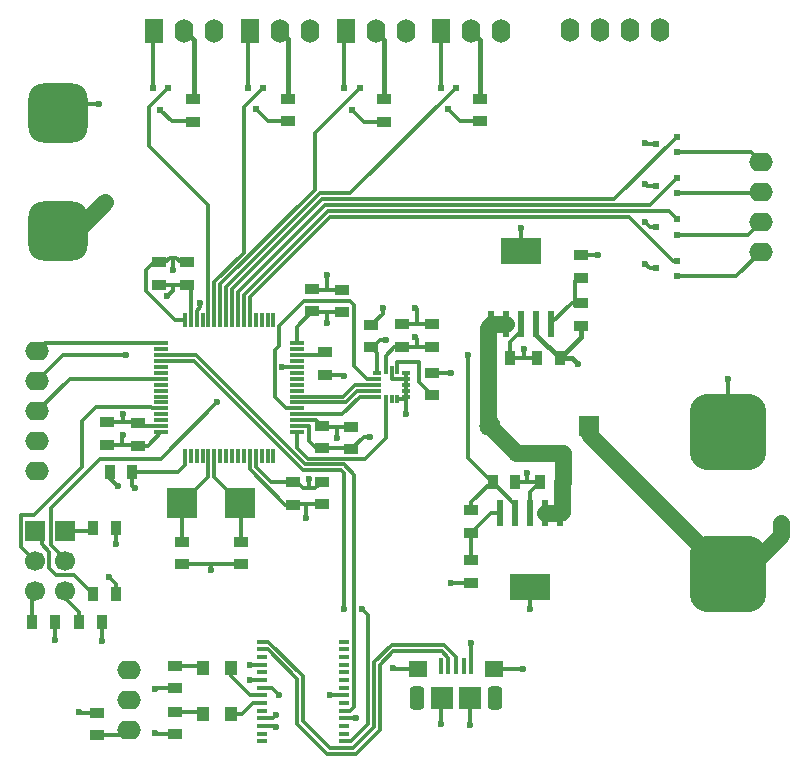
<source format=gtl>
G04 Layer_Physical_Order=1*
G04 Layer_Color=255*
%FSLAX44Y44*%
%MOMM*%
G71*
G01*
G75*
%ADD10R,0.6000X2.2000*%
%ADD11R,3.5000X2.2000*%
%ADD12R,1.1000X1.2500*%
%ADD13R,0.3000X0.7000*%
%ADD14R,0.7000X0.3000*%
%ADD15R,1.3000X0.9000*%
%ADD16R,0.9000X1.3000*%
%ADD17R,0.5000X0.6000*%
%ADD18R,0.6000X0.5000*%
%ADD19R,0.9500X0.4000*%
%ADD20R,1.6000X1.4000*%
%ADD21R,1.9000X1.9000*%
%ADD22R,0.4000X1.3500*%
G04:AMPARAMS|DCode=23|XSize=5mm|YSize=5mm|CornerRadius=1.25mm|HoleSize=0mm|Usage=FLASHONLY|Rotation=90.000|XOffset=0mm|YOffset=0mm|HoleType=Round|Shape=RoundedRectangle|*
%AMROUNDEDRECTD23*
21,1,5.0000,2.5000,0,0,90.0*
21,1,2.5000,5.0000,0,0,90.0*
1,1,2.5000,1.2500,1.2500*
1,1,2.5000,1.2500,-1.2500*
1,1,2.5000,-1.2500,-1.2500*
1,1,2.5000,-1.2500,1.2500*
%
%ADD23ROUNDEDRECTD23*%
G04:AMPARAMS|DCode=24|XSize=6.5mm|YSize=6.5mm|CornerRadius=1.625mm|HoleSize=0mm|Usage=FLASHONLY|Rotation=90.000|XOffset=0mm|YOffset=0mm|HoleType=Round|Shape=RoundedRectangle|*
%AMROUNDEDRECTD24*
21,1,6.5000,3.2500,0,0,90.0*
21,1,3.2500,6.5000,0,0,90.0*
1,1,3.2500,1.6250,1.6250*
1,1,3.2500,1.6250,-1.6250*
1,1,3.2500,-1.6250,-1.6250*
1,1,3.2500,-1.6250,1.6250*
%
%ADD24ROUNDEDRECTD24*%
%ADD25R,1.2000X0.3000*%
%ADD26R,0.3000X1.2000*%
%ADD27R,2.5000X2.6000*%
%ADD28C,0.3000*%
%ADD29C,0.4000*%
%ADD30C,1.4000*%
%ADD31C,1.8000*%
%ADD32R,1.8000X1.8000*%
G04:AMPARAMS|DCode=33|XSize=2mm|YSize=1.2mm|CornerRadius=0.3mm|HoleSize=0mm|Usage=FLASHONLY|Rotation=90.000|XOffset=0mm|YOffset=0mm|HoleType=Round|Shape=RoundedRectangle|*
%AMROUNDEDRECTD33*
21,1,2.0000,0.6000,0,0,90.0*
21,1,1.4000,1.2000,0,0,90.0*
1,1,0.6000,0.3000,0.7000*
1,1,0.6000,0.3000,-0.7000*
1,1,0.6000,-0.3000,-0.7000*
1,1,0.6000,-0.3000,0.7000*
%
%ADD33ROUNDEDRECTD33*%
%ADD34O,2.0000X1.6000*%
%ADD35O,1.6000X2.0000*%
%ADD36R,1.6000X2.0000*%
%ADD37R,1.7000X1.7000*%
%ADD38C,1.7000*%
%ADD39C,0.6000*%
D10*
X92100Y-109000D02*
D03*
X104800D02*
D03*
X117500D02*
D03*
X130200D02*
D03*
X142900D02*
D03*
X135400Y51500D02*
D03*
X122700D02*
D03*
X110000D02*
D03*
X97300D02*
D03*
X84600D02*
D03*
D11*
X117500Y-171000D02*
D03*
X110000Y113500D02*
D03*
D12*
X-159750Y-240000D02*
D03*
X-136250D02*
D03*
X-159750Y-279000D02*
D03*
X-136250D02*
D03*
D13*
X-5000Y12250D02*
D03*
X0D02*
D03*
X5000D02*
D03*
Y-12250D02*
D03*
X0D02*
D03*
X-5000D02*
D03*
D14*
X12250Y10000D02*
D03*
Y5000D02*
D03*
Y0D02*
D03*
Y-5000D02*
D03*
Y-10000D02*
D03*
X-12250D02*
D03*
Y-5000D02*
D03*
Y0D02*
D03*
Y5000D02*
D03*
Y10000D02*
D03*
D15*
X-177500Y-133000D02*
D03*
Y-152000D02*
D03*
X-127500Y-133000D02*
D03*
Y-152000D02*
D03*
X-249000Y-297000D02*
D03*
Y-278000D02*
D03*
X-17000Y31500D02*
D03*
Y50500D02*
D03*
X34000Y-9000D02*
D03*
Y10000D02*
D03*
X8491Y31982D02*
D03*
Y50982D02*
D03*
X34000Y32000D02*
D03*
Y51000D02*
D03*
X-34000Y-35500D02*
D03*
Y-54500D02*
D03*
X-58995Y-34982D02*
D03*
Y-53982D02*
D03*
X-59000Y-82000D02*
D03*
Y-101000D02*
D03*
X-83495Y-82482D02*
D03*
Y-101482D02*
D03*
X-240505Y-51001D02*
D03*
Y-32001D02*
D03*
X-215000Y-51500D02*
D03*
Y-32500D02*
D03*
X-173497Y103501D02*
D03*
Y84501D02*
D03*
X-197000Y103500D02*
D03*
Y84500D02*
D03*
X-67003Y61999D02*
D03*
Y80999D02*
D03*
X-42000Y61500D02*
D03*
Y80500D02*
D03*
X-56000Y27500D02*
D03*
Y8500D02*
D03*
X-6000Y241500D02*
D03*
Y222500D02*
D03*
X-168000Y241500D02*
D03*
Y222500D02*
D03*
X-87500Y242000D02*
D03*
Y223000D02*
D03*
X75000Y242000D02*
D03*
Y223000D02*
D03*
X67500Y-125500D02*
D03*
Y-106500D02*
D03*
Y-167500D02*
D03*
Y-148500D02*
D03*
X160000Y69000D02*
D03*
Y50000D02*
D03*
Y109500D02*
D03*
Y90500D02*
D03*
X-183000Y-277000D02*
D03*
Y-296000D02*
D03*
Y-238000D02*
D03*
Y-257000D02*
D03*
D16*
X81500Y22500D02*
D03*
X100500D02*
D03*
X85500Y-82500D02*
D03*
X104500D02*
D03*
X144500Y-82500D02*
D03*
X125500D02*
D03*
X142500Y22500D02*
D03*
X123500D02*
D03*
X-219500Y-74000D02*
D03*
X-238500D02*
D03*
X-285000Y-201000D02*
D03*
X-304000D02*
D03*
X-245500D02*
D03*
X-264500D02*
D03*
X-233500Y-177000D02*
D03*
X-252500D02*
D03*
X-252500Y-121000D02*
D03*
X-233500D02*
D03*
D17*
X-115150Y233500D02*
D03*
X-121500Y251500D02*
D03*
X-108500D02*
D03*
X47850Y233500D02*
D03*
X41500Y251500D02*
D03*
X54500D02*
D03*
X-195650Y233000D02*
D03*
X-202000Y251000D02*
D03*
X-189000D02*
D03*
X-33650Y233000D02*
D03*
X-40000Y251000D02*
D03*
X-27000D02*
D03*
D18*
X223500Y98650D02*
D03*
X241500Y105000D02*
D03*
Y92000D02*
D03*
X223500Y203650D02*
D03*
X241500Y210000D02*
D03*
Y197000D02*
D03*
X223500Y133650D02*
D03*
X241500Y140000D02*
D03*
Y127000D02*
D03*
X223500Y168650D02*
D03*
X241500Y175000D02*
D03*
Y162000D02*
D03*
D19*
X-110000Y-302000D02*
D03*
Y-295500D02*
D03*
Y-289000D02*
D03*
Y-282500D02*
D03*
Y-276000D02*
D03*
Y-269500D02*
D03*
Y-263000D02*
D03*
Y-256500D02*
D03*
Y-250000D02*
D03*
Y-243500D02*
D03*
Y-237000D02*
D03*
Y-230500D02*
D03*
Y-224000D02*
D03*
Y-217500D02*
D03*
X-40000D02*
D03*
Y-224000D02*
D03*
Y-230500D02*
D03*
Y-237000D02*
D03*
Y-243500D02*
D03*
Y-250000D02*
D03*
Y-256500D02*
D03*
Y-263000D02*
D03*
Y-269500D02*
D03*
Y-276000D02*
D03*
Y-282500D02*
D03*
Y-289000D02*
D03*
Y-295500D02*
D03*
Y-302000D02*
D03*
D20*
X86500Y-240500D02*
D03*
X22500D02*
D03*
D21*
X42500Y-265000D02*
D03*
X66500D02*
D03*
D22*
X67500Y-238250D02*
D03*
X61000D02*
D03*
X54500D02*
D03*
X48000D02*
D03*
X41500D02*
D03*
D23*
X-282500Y130000D02*
D03*
Y230000D02*
D03*
D24*
X285000Y-160000D02*
D03*
Y-40000D02*
D03*
D25*
X-195000Y35000D02*
D03*
Y30000D02*
D03*
Y25000D02*
D03*
Y20000D02*
D03*
Y15000D02*
D03*
Y10000D02*
D03*
Y5000D02*
D03*
Y0D02*
D03*
Y-5000D02*
D03*
Y-10000D02*
D03*
Y-15000D02*
D03*
Y-20000D02*
D03*
Y-25000D02*
D03*
Y-30000D02*
D03*
Y-35000D02*
D03*
Y-40000D02*
D03*
X-80000D02*
D03*
Y-35000D02*
D03*
Y-30000D02*
D03*
Y-25000D02*
D03*
Y-20000D02*
D03*
Y-15000D02*
D03*
Y-10000D02*
D03*
Y-5000D02*
D03*
Y0D02*
D03*
Y5000D02*
D03*
Y10000D02*
D03*
Y15000D02*
D03*
Y20000D02*
D03*
Y25000D02*
D03*
Y30000D02*
D03*
Y35000D02*
D03*
D26*
X-175000Y-60000D02*
D03*
X-170000D02*
D03*
X-165000D02*
D03*
X-160000D02*
D03*
X-155000D02*
D03*
X-150000D02*
D03*
X-145000D02*
D03*
X-140000D02*
D03*
X-135000D02*
D03*
X-130000D02*
D03*
X-125000D02*
D03*
X-120000D02*
D03*
X-115000D02*
D03*
X-110000D02*
D03*
X-105000D02*
D03*
X-100000D02*
D03*
Y55000D02*
D03*
X-105000D02*
D03*
X-110000D02*
D03*
X-115000D02*
D03*
X-120000D02*
D03*
X-125000D02*
D03*
X-130000D02*
D03*
X-135000D02*
D03*
X-140000D02*
D03*
X-145000D02*
D03*
X-150000D02*
D03*
X-155000D02*
D03*
X-160000D02*
D03*
X-165000D02*
D03*
X-170000D02*
D03*
X-175000D02*
D03*
D27*
X-176999Y-100008D02*
D03*
X-127999D02*
D03*
D28*
X-265000Y-277500D02*
X-264500Y-278000D01*
X-249000D01*
X-275000Y237500D02*
X-247500D01*
X-282500Y230000D02*
X-275000Y237500D01*
X-226600Y-297000D02*
X-222000Y-292400D01*
X-249000Y-297000D02*
X-226600D01*
X-152500Y-152000D02*
X-127500D01*
X-177500D02*
X-152500D01*
X-153000Y-157000D02*
X-152500Y-156500D01*
Y-152000D01*
X-268500Y-161000D02*
X-252500Y-177000D01*
X-284000Y-161000D02*
X-268500D01*
X-233500Y-134500D02*
X-233000Y-135000D01*
X-233500Y-134500D02*
Y-121000D01*
X-245500Y-216500D02*
X-245000Y-217000D01*
X-245500Y-216500D02*
Y-201000D01*
X-285000Y-216000D02*
Y-201000D01*
X-264500D02*
Y-192500D01*
X-276300Y-180700D02*
X-264500Y-192500D01*
X-276300Y-180700D02*
Y-174400D01*
X-304000Y-176700D02*
X-301700Y-174400D01*
X-304000Y-201000D02*
Y-176700D01*
X-255100Y-123600D02*
X-252500Y-121000D01*
X-276300Y-123600D02*
X-255100D01*
X-276300Y-149000D02*
Y-147629D01*
X-288300Y-135629D02*
X-276300Y-147629D01*
X-296000Y-135000D02*
X-289700Y-141300D01*
X-301700Y-123600D02*
X-296000Y-129300D01*
Y-135000D02*
Y-129300D01*
X-289700Y-155300D02*
Y-141300D01*
Y-155300D02*
X-284000Y-161000D01*
X-288300Y-104300D02*
X-247000Y-63000D01*
X-195500D01*
X-239000Y-163000D02*
X-233500Y-168500D01*
Y-177000D02*
Y-168500D01*
X-238500Y-79500D02*
X-232000Y-86000D01*
X-238500Y-79500D02*
Y-74000D01*
X-262500Y-30500D02*
X-250500Y-18500D01*
X-127999Y-100008D02*
X-127500Y-100508D01*
Y-133000D02*
Y-100508D01*
X-178000Y-101009D02*
X-177500Y-101509D01*
Y-133000D02*
Y-101509D01*
X215000Y205000D02*
X216350Y203650D01*
X223500D01*
X215000Y170000D02*
X216350Y168650D01*
X223500D01*
X215000Y102500D02*
X218850Y98650D01*
X223500D01*
X-51929Y142000D02*
X201308D01*
X238308Y105000D02*
X241500D01*
X201308Y142000D02*
X238308Y105000D01*
X215000Y137500D02*
X218850Y133650D01*
X223500D01*
X234500Y147000D02*
X241500Y140000D01*
X-54000Y147000D02*
X234500D01*
X218500Y152000D02*
X241500Y175000D01*
X-56645Y152000D02*
X218500D01*
X188500Y157000D02*
X241500Y210000D01*
X-58716Y157000D02*
X188500D01*
X100500Y22500D02*
X112000D01*
X123500D01*
X112000Y29500D02*
X112500Y30000D01*
X112000Y22500D02*
Y29500D01*
X-100000Y-282500D02*
X-97500Y-280000D01*
X-110000Y-282500D02*
X-100000D01*
X-98500Y-289000D02*
X-97500Y-290000D01*
X-110000Y-289000D02*
X-98500D01*
X285000Y-40000D02*
Y5000D01*
X-228002Y-51001D02*
X-215499D01*
X-240505D02*
X-228002D01*
Y-43002D02*
X-227500Y-42500D01*
X-228002Y-51001D02*
Y-43002D01*
X-202450Y-20000D02*
X-195000D01*
X-203950Y-18500D02*
X-202450Y-20000D01*
X-250500Y-18500D02*
X-203950D01*
X-228002Y-32001D02*
X-215499D01*
X-240505D02*
X-228002D01*
X-227500Y-31498D02*
Y-25000D01*
X-228002Y-32001D02*
X-227500Y-31498D01*
X-219500Y-85500D02*
X-217500Y-87500D01*
X-219500Y-85500D02*
Y-74000D01*
X-72500Y-101000D02*
X-59000D01*
X-83013D02*
X-72500D01*
Y-112500D02*
Y-101000D01*
X12250Y-24750D02*
X12500Y-25000D01*
X12250Y-24750D02*
Y-10000D01*
X-46239Y-35500D02*
X-34000D01*
X-58477D02*
X-46239D01*
X-58995Y-53982D02*
X-34518D01*
X21254Y51000D02*
X34000D01*
X8509D02*
X21254D01*
X20000Y65000D02*
X21254Y63746D01*
Y51000D02*
Y63746D01*
Y32000D02*
X34000D01*
X8509D02*
X21254D01*
X20000Y40000D02*
X21254Y38746D01*
Y32000D02*
Y38746D01*
X-55000Y61500D02*
X-42000D01*
X-66504D02*
X-55000D01*
Y52500D02*
Y61500D01*
Y80500D02*
X-42000D01*
X-66504D02*
X-55000D01*
Y92500D01*
X-67003Y80999D02*
X-66504Y80500D01*
X-41000Y8500D02*
X-40000Y7500D01*
X-56000Y8500D02*
X-41000D01*
X-7500Y60000D02*
Y65000D01*
X-17000Y50500D02*
X-7500Y60000D01*
X34000Y10000D02*
X50000D01*
X50000Y-167500D02*
X67500D01*
X117500Y-190000D02*
Y-171000D01*
Y-90500D02*
X125500Y-82500D01*
X117500Y-109000D02*
Y-90500D01*
X100500Y35750D02*
X110000Y45250D01*
Y51500D01*
X100500Y22500D02*
Y35750D01*
X160500Y110000D02*
X175000D01*
X160000Y109500D02*
X160500Y110000D01*
X110000Y132500D02*
X110000Y132500D01*
X110000Y113500D02*
Y132500D01*
X-40000Y-190000D02*
Y-75000D01*
X-195500Y-63000D02*
X-147500Y-15000D01*
X-80000Y15000D02*
X-80000Y15000D01*
X-92500Y15000D02*
X-80000D01*
X-99000Y29000D02*
X-95000Y33000D01*
X-99000Y-10500D02*
X-89500Y-20000D01*
X-99000Y-10500D02*
Y29000D01*
X-95000Y49953D02*
X-73952Y71000D01*
X-95000Y33000D02*
Y49953D01*
X-25000Y-190000D02*
X-20000Y-195000D01*
X-200000Y-257500D02*
X-199500Y-257000D01*
X-183000D01*
X-200000Y-295000D02*
X-199000Y-296000D01*
X-183000D01*
X-52500Y-262500D02*
X-52000Y-263000D01*
X-40000D01*
X-20000Y-287500D02*
Y-195000D01*
X-34500Y-302000D02*
X-20000Y-287500D01*
X-40000Y-276000D02*
X-34800D01*
X-15000Y-235000D02*
X0Y-220000D01*
X-15000Y-290000D02*
Y-235000D01*
X-32500Y-307500D02*
X-15000Y-290000D01*
X-10000Y-237071D02*
X1571Y-225500D01*
X-10000Y-292500D02*
Y-237071D01*
X-30000Y-312500D02*
X-10000Y-292500D01*
X-31750Y-272950D02*
Y-76179D01*
X-60787Y162000D02*
X-35000D01*
X54500Y251500D01*
X-161750Y-238000D02*
X-159750Y-240000D01*
X-183000Y-238000D02*
X-161750D01*
Y-277000D02*
X-159750Y-279000D01*
X-183000Y-277000D02*
X-161750D01*
X54500Y-238250D02*
Y-230479D01*
X0Y-220000D02*
X44021D01*
X48000Y-238250D02*
Y-231050D01*
X42450Y-225500D02*
X48000Y-231050D01*
X1571Y-225500D02*
X42450D01*
X44021Y-220000D02*
X54500Y-230479D01*
X-104800Y-224000D02*
X-80000Y-248800D01*
Y-287071D02*
Y-248800D01*
Y-287071D02*
X-54571Y-312500D01*
X-30000D01*
X-52500Y-307500D02*
X-32500D01*
X-75000Y-285000D02*
X-52500Y-307500D01*
X-75000Y-285000D02*
Y-246729D01*
X-104229Y-217500D02*
X-75000Y-246729D01*
X-110000Y-217500D02*
X-104229D01*
X-110000Y-224000D02*
X-104800D01*
X-40000Y-302000D02*
X-34500D01*
X-34800Y-276000D02*
X-31750Y-272950D01*
X-195000Y25000D02*
X-165429D01*
X-195000Y20000D02*
X-167500D01*
X-115000Y-69500D02*
X-102018Y-82482D01*
X-83495D01*
X-90089Y-101482D02*
X-83495D01*
X-120000Y-71571D02*
X-90089Y-101482D01*
X-117250Y-269500D02*
X-110000D01*
X-126750Y-279000D02*
X-117250Y-269500D01*
X-119500Y-263000D02*
X-110000D01*
X-136250Y-246250D02*
X-119500Y-263000D01*
X-136250Y-246250D02*
Y-240000D01*
Y-279000D02*
X-126750D01*
X152500Y69000D02*
X155000D01*
X160000D01*
X-80000Y25000D02*
X-58500D01*
X-56000Y27500D01*
X-21000Y5000D02*
X-12250D01*
X-32000Y16000D02*
Y67450D01*
X-35550Y71000D02*
X-32000Y67450D01*
X-73952Y71000D02*
X-35550D01*
X-80000Y35000D02*
Y49003D01*
X-170000Y55000D02*
Y81004D01*
X-165000Y55000D02*
Y62450D01*
X-162000Y65450D01*
Y69000D01*
X-173497Y84501D02*
X-170000Y81004D01*
X-207500Y97500D02*
X-201499Y103501D01*
X-207500Y79050D02*
Y97500D01*
X41500Y251500D02*
Y298800D01*
X-40000Y251000D02*
Y298400D01*
X-121500Y251500D02*
Y297900D01*
X-202000Y251000D02*
Y298400D01*
X301600Y127000D02*
X312500Y137900D01*
X-150000Y55000D02*
Y86929D01*
X-277900Y25000D02*
X-225000D01*
X-300000Y2900D02*
X-277900Y25000D01*
X-175000Y-60000D02*
X-175000Y-60000D01*
X-175000Y-68000D02*
Y-60000D01*
X-181000Y-74000D02*
X-175000Y-68000D01*
X-219500Y-74000D02*
X-181000D01*
X-215000Y-35000D02*
X-195000D01*
X-215000D02*
Y-32500D01*
X-206500Y-51500D02*
X-195000Y-40000D01*
X-215000Y-51500D02*
X-206500D01*
X-215499Y-51001D02*
X-215000Y-51500D01*
X-215499Y-32001D02*
X-215000Y-32500D01*
X-300000Y-22500D02*
X-272500Y5000D01*
X-195000D01*
X-300000Y28300D02*
X-293300Y35000D01*
X-195000D01*
X-150000Y-78008D02*
Y-60000D01*
X-155000Y-78009D02*
Y-60000D01*
X-176999Y-100008D02*
X-155000Y-78009D01*
X-150000Y-78008D02*
X-127999Y-100008D01*
X-178000Y-101009D02*
X-176999Y-100008D01*
X-5000Y12250D02*
Y24491D01*
X8491Y31982D02*
X8509Y32000D01*
X8491Y50982D02*
X8509Y51000D01*
X5000Y-12250D02*
X10000D01*
X12250Y-10000D01*
Y-5000D01*
Y0D01*
Y5000D01*
Y10000D01*
X0Y5250D02*
Y12250D01*
Y5250D02*
X12000D01*
X12250Y5000D01*
X5000Y12250D02*
Y19000D01*
X23000Y2000D02*
X34000Y-9000D01*
X23000Y2000D02*
Y19000D01*
X5000D02*
X23000D01*
X2491Y31982D02*
X8491D01*
X-5000Y24491D02*
X2491Y31982D01*
X-12250Y-10000D02*
X-12250Y-10000D01*
X-26858Y-10000D02*
X-12250D01*
X-31000Y0D02*
X-12250D01*
X-21000Y-5000D02*
X-12250D01*
X-21000Y-5000D02*
X-21000Y-5000D01*
X-28929D02*
X-21000D01*
X-5000Y-45000D02*
Y-12250D01*
X-38929Y-15000D02*
X-28929Y-5000D01*
X-41000Y-10000D02*
X-31000Y0D01*
X-80000Y-15000D02*
X-38929D01*
X-80000Y-10000D02*
X-41000D01*
X-89500Y-20000D02*
X-80000D01*
X-80000Y15000D02*
X-80000Y15000D01*
X-80000D02*
X-80000Y15000D01*
X-80000Y-30000D02*
X-63977D01*
X-58995Y-34982D01*
X-58477Y-35500D01*
X-34518Y-53982D02*
X-34000Y-54500D01*
X-64500Y-87500D02*
X-59000Y-82000D01*
X-83495Y-101482D02*
X-83013Y-101000D01*
X-115000Y-69500D02*
Y-60000D01*
X-120000Y-71571D02*
Y-60000D01*
X67500Y-148500D02*
Y-125500D01*
X84000Y-109000D02*
X92100D01*
X67500Y-125500D02*
X84000Y-109000D01*
X67500Y-106500D02*
Y-99500D01*
X135400Y51500D02*
Y51900D01*
X152500Y69000D01*
X-12250Y10000D02*
Y26750D01*
X-17000Y31500D02*
X-12250Y26750D01*
X-67003Y61999D02*
X-66504Y61500D01*
X-80000Y49003D02*
X-67003Y61999D01*
X-80000Y-25000D02*
X-41858D01*
X-26858Y-10000D01*
X-80000Y-53358D02*
Y-40000D01*
X-32000Y16000D02*
X-21000Y5000D01*
X-17000Y31500D02*
X-15500D01*
X42000Y-265500D02*
X42500Y-265000D01*
X42000Y-287000D02*
Y-265500D01*
X66000Y-288000D02*
X66500Y-287500D01*
Y-265000D01*
X1000Y-240000D02*
X1500Y-240500D01*
X22500D01*
X86500D02*
X111500D01*
X67500Y-238250D02*
Y-219000D01*
X-64018Y-53982D02*
X-58995D01*
X-34000Y-54500D02*
X-23500Y-44000D01*
X-18000D01*
X-46239Y-44761D02*
Y-35500D01*
Y-44761D02*
X-46000Y-45000D01*
X-70000Y-48000D02*
X-64018Y-53982D01*
X-70000Y-48000D02*
Y-35000D01*
X-80000D02*
X-70000D01*
X104000Y-82000D02*
X104500Y-82500D01*
X115000D02*
Y-75000D01*
X104500Y-82500D02*
X115000D01*
X125500D01*
X104800Y-109000D02*
Y-101800D01*
X85500Y-82500D02*
X104800Y-101800D01*
X-120000Y-250000D02*
X-110000D01*
X-120000Y-250000D02*
X-120000Y-250000D01*
X-40000Y-282500D02*
X-30000D01*
X-30000Y-282500D01*
X-195650Y233000D02*
X-195000Y233650D01*
X-205000Y202500D02*
Y235000D01*
X-189000Y251000D01*
X-150000Y86929D02*
X-125000Y111929D01*
Y235000D01*
X-108500Y251500D01*
X-115150Y233500D02*
X-104650Y223000D01*
X-87500D01*
X-195650Y233000D02*
X-185650Y223000D01*
X-23150Y222500D02*
X-6000D01*
X-33650Y233000D02*
X-23150Y222500D01*
X58350Y223000D02*
X75000D01*
X47850Y233500D02*
X58350Y223000D01*
X-288300Y-135629D02*
Y-104300D01*
X-313700Y-137000D02*
X-301700Y-149000D01*
X-313700Y-137000D02*
Y-110000D01*
X-302500D02*
X-262500Y-70000D01*
X-313700Y-110000D02*
X-302500D01*
X-262500Y-70000D02*
Y-30500D01*
X-119500Y-237000D02*
X-110000D01*
X-120000Y-237500D02*
X-119500Y-237000D01*
X-110000Y-256500D02*
X-101000D01*
X-95000Y-262500D01*
X-167500Y20000D02*
X-75000Y-72500D01*
X-42500D01*
X-40000Y-75000D01*
X-165429Y25000D02*
X-72929Y-67500D01*
X-40429D01*
X-31750Y-76179D01*
X-80000Y-53358D02*
X-70858Y-62500D01*
X-22500D01*
X-5000Y-45000D01*
X-83495Y-82482D02*
X-80018D01*
X-75000Y-87500D01*
X-69750D02*
Y-80250D01*
X-75000Y-87500D02*
X-69750D01*
X-64500D01*
X-70000Y-80000D02*
X-69750Y-80250D01*
X-197000Y103500D02*
X-191500D01*
X-187500Y107500D01*
X-182500D02*
X-178501Y103501D01*
X-173497D01*
X-185000Y97500D02*
Y107500D01*
X-185000Y97500D02*
X-185000Y97500D01*
X-187500Y107500D02*
X-185000D01*
X-182500D01*
X-15500Y31500D02*
X-9500Y37500D01*
X-5000D01*
X-173498Y84500D02*
X-173497Y84501D01*
X-207500Y79050D02*
X-183450Y55000D01*
X-175000D01*
X-185249Y79751D02*
Y84500D01*
X-190000Y75000D02*
X-185249Y79751D01*
X-197000Y84500D02*
X-185249D01*
X-173498D01*
X65000Y-62000D02*
Y25000D01*
Y-62000D02*
X85000Y-82000D01*
X85500Y-82500D01*
X67500Y-99500D02*
X85000Y-82000D01*
X241500Y197000D02*
X304200D01*
X312500Y188700D01*
X241500Y162000D02*
X311200D01*
X312500Y163300D01*
X241500Y127000D02*
X301600D01*
X-120000Y55000D02*
Y73929D01*
X-51929Y142000D01*
X-125000Y55000D02*
Y76000D01*
X-54000Y147000D01*
X-130000Y55000D02*
Y78645D01*
X-56645Y152000D01*
X-135000Y55000D02*
Y80716D01*
X-58716Y157000D01*
X-140000Y55000D02*
Y82787D01*
X-145000Y55000D02*
Y84858D01*
X-205000Y202500D02*
X-155000Y152500D01*
Y55000D02*
Y152500D01*
X241500Y92000D02*
X292000D01*
X312500Y112500D01*
X-140000Y82787D02*
X-60787Y162000D01*
X-145000Y84858D02*
X-65000Y164858D01*
Y213000D01*
X-27000Y251000D01*
X-185650Y223000D02*
X-167500D01*
X155000Y66500D02*
Y69000D01*
Y88000D01*
D29*
X152500Y22500D02*
X157500Y17500D01*
X142500Y22500D02*
X152500D01*
X122700Y42300D02*
X142500Y22500D01*
X122700Y42300D02*
Y51500D01*
X142500Y22500D02*
X160000Y40000D01*
Y50000D01*
X-95000Y299000D02*
X-94500Y299500D01*
X-167500Y242000D02*
Y291500D01*
X-175500Y299500D02*
X-167500Y291500D01*
X-94500Y299500D02*
X-87500Y292500D01*
Y242000D02*
Y292500D01*
X-6000Y241500D02*
Y292000D01*
X-13500Y299500D02*
X-6000Y292000D01*
X75000Y242000D02*
Y292100D01*
X67600Y299500D02*
X75000Y292100D01*
D30*
X-282500Y130000D02*
X-267500D01*
X81500Y48400D02*
X84600Y51500D01*
X167000Y-42000D02*
Y-35000D01*
Y-42000D02*
X285000Y-160000D01*
X142900Y-109000D02*
X144500Y-107400D01*
X130200Y-109000D02*
X142900D01*
X84600Y51500D02*
X97300D01*
X144500Y-107400D02*
Y-82500D01*
X81500Y22500D02*
Y48400D01*
X-267500Y130000D02*
X-242500Y155000D01*
X285000Y-160000D02*
X297500D01*
X330000Y-127500D01*
Y-117500D01*
X83000Y-35000D02*
X105500Y-57500D01*
X145000D01*
Y-82000D02*
Y-57500D01*
X144500Y-82500D02*
X145000Y-82000D01*
X81500Y-35000D02*
Y22500D01*
D31*
X83000Y-35000D02*
D03*
D32*
X167000D02*
D03*
D33*
X21500Y-265000D02*
D03*
X87500D02*
D03*
D34*
X312500Y112500D02*
D03*
Y137900D02*
D03*
Y163300D02*
D03*
Y188700D02*
D03*
X-222000Y-292400D02*
D03*
Y-267000D02*
D03*
Y-241600D02*
D03*
X-300000Y-73300D02*
D03*
Y-47900D02*
D03*
Y-22500D02*
D03*
Y2900D02*
D03*
Y28300D02*
D03*
D35*
X-69100Y299500D02*
D03*
X-94500D02*
D03*
X93000Y299500D02*
D03*
X67600D02*
D03*
X-150100D02*
D03*
X-175500D02*
D03*
X11900D02*
D03*
X-13500D02*
D03*
X227400Y300000D02*
D03*
X202000D02*
D03*
X176600D02*
D03*
X151200D02*
D03*
D36*
X-119900Y299500D02*
D03*
X42200Y299500D02*
D03*
X-200900D02*
D03*
X-38900D02*
D03*
D37*
X-301700Y-123600D02*
D03*
X-276300D02*
D03*
D38*
X-301700Y-149000D02*
D03*
X-276300D02*
D03*
Y-174400D02*
D03*
X-301700D02*
D03*
D39*
X-265000Y-277500D02*
D03*
X-247500Y237500D02*
D03*
X-153000Y-157000D02*
D03*
X-233000Y-135000D02*
D03*
X-245000Y-217000D02*
D03*
X-285000Y-216000D02*
D03*
X-239000Y-163000D02*
D03*
X-232000Y-86000D02*
D03*
X215000Y205000D02*
D03*
Y170000D02*
D03*
Y102500D02*
D03*
Y137500D02*
D03*
X157500Y17500D02*
D03*
X112500Y30000D02*
D03*
X-97500Y-280000D02*
D03*
Y-290000D02*
D03*
X-120000Y-250000D02*
D03*
X285000Y5000D02*
D03*
X-227500Y-42500D02*
D03*
Y-25000D02*
D03*
X-217500Y-87500D02*
D03*
X-72500Y-112500D02*
D03*
X12500Y-25000D02*
D03*
X20000Y65000D02*
D03*
Y40000D02*
D03*
X-55000Y52500D02*
D03*
Y92500D02*
D03*
X-40000Y7500D02*
D03*
X-7500Y65000D02*
D03*
X50000Y10000D02*
D03*
X50000Y-167500D02*
D03*
X175000Y110000D02*
D03*
X110000Y132500D02*
D03*
X-147500Y-15000D02*
D03*
X-92500Y15000D02*
D03*
X-200000Y-257500D02*
D03*
Y-295000D02*
D03*
X-52500Y-262500D02*
D03*
X-40000Y-190000D02*
D03*
X-25000Y-190000D02*
D03*
X-162000Y69000D02*
D03*
X-225000Y25000D02*
D03*
X42000Y-287000D02*
D03*
X66000Y-288000D02*
D03*
X1000Y-240000D02*
D03*
X111500Y-240500D02*
D03*
X67500Y-219000D02*
D03*
X-18000Y-44000D02*
D03*
X-46000Y-45000D02*
D03*
X115000Y-75000D02*
D03*
X-30000Y-282500D02*
D03*
X-120000Y-237500D02*
D03*
X-95000Y-262500D02*
D03*
X-242500Y155000D02*
D03*
X-70000Y-80000D02*
D03*
X-185000Y97500D02*
D03*
X-5000Y37500D02*
D03*
X330000Y-117500D02*
D03*
X-190000Y75000D02*
D03*
X65000Y25000D02*
D03*
X117500Y-190000D02*
D03*
M02*

</source>
